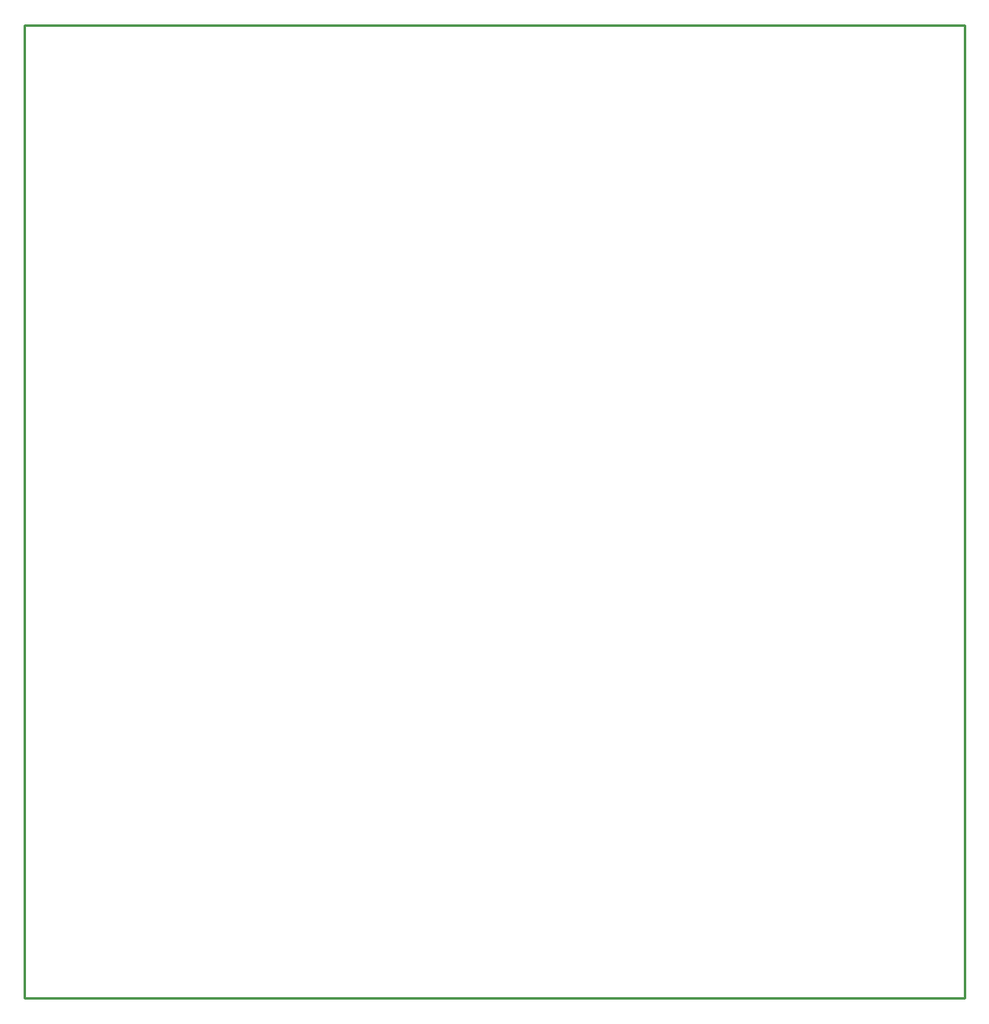
<source format=gko>
G04 Layer_Color=16711935*
%FSLAX25Y25*%
%MOIN*%
G70*
G01*
G75*
%ADD31C,0.01000*%
D31*
X0Y0D02*
X385500D01*
Y399000D01*
X0D02*
X385500D01*
X0Y0D02*
Y399000D01*
M02*

</source>
